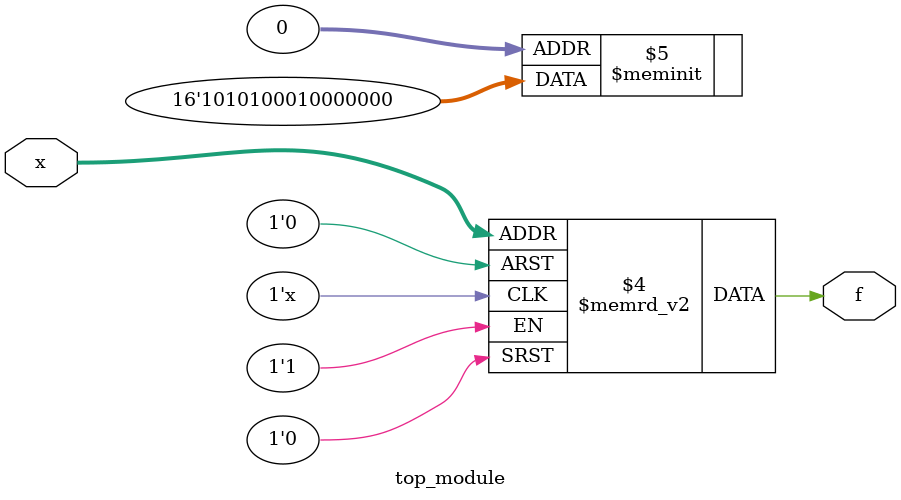
<source format=sv>
module top_module (
    input [4:1] x,
    output logic f
);

always_comb begin
    case ({x[4], x[3], x[2], x[1]})
        4'b0000, 4'b0110, 4'b1100, 4'b1110: f = 1'b0; // Don't care
        4'b0101: f = 1'b0;
        4'b0111, 4'b1101: f = 1'b1;
        4'b1011, 4'b1111: f = 1'b1; // Don't care
        default: f = 1'b0;
    endcase
end

endmodule

</source>
